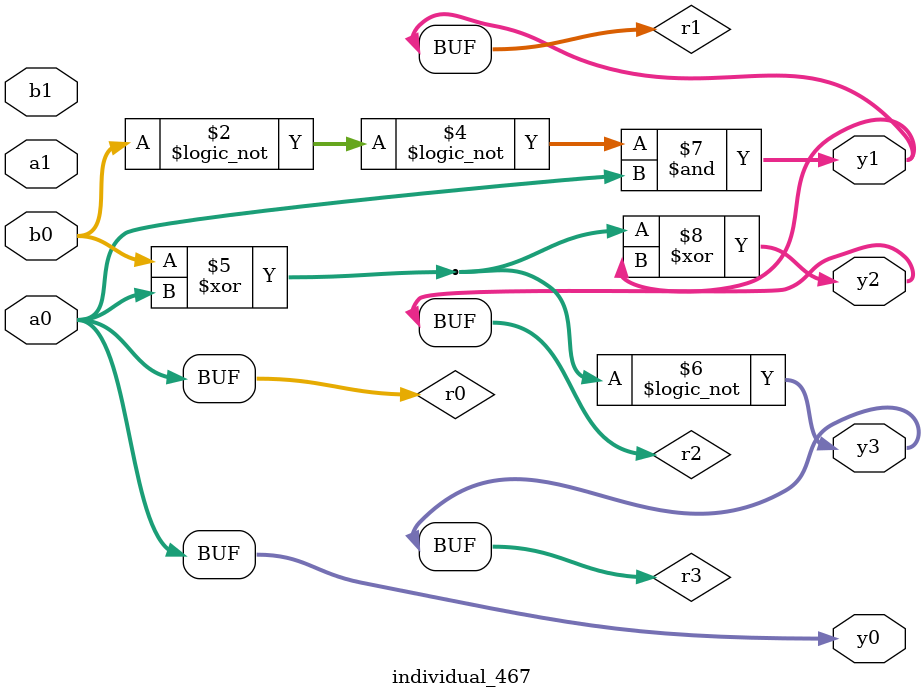
<source format=sv>
module individual_467(input logic [15:0] a1, input logic [15:0] a0, input logic [15:0] b1, input logic [15:0] b0, output logic [15:0] y3, output logic [15:0] y2, output logic [15:0] y1, output logic [15:0] y0);
logic [15:0] r0, r1, r2, r3; 
 always@(*) begin 
	 r0 = a0; r1 = a1; r2 = b0; r3 = b1; 
 	 r1 = ! r2 ;
 	 r3  &=  r0 ;
 	 r1 = ! r1 ;
 	 r2  ^=  r0 ;
 	 r3 = ! r2 ;
 	 r1  &=  a0 ;
 	 r2  ^=  r1 ;
 	 y3 = r3; y2 = r2; y1 = r1; y0 = r0; 
end
endmodule
</source>
